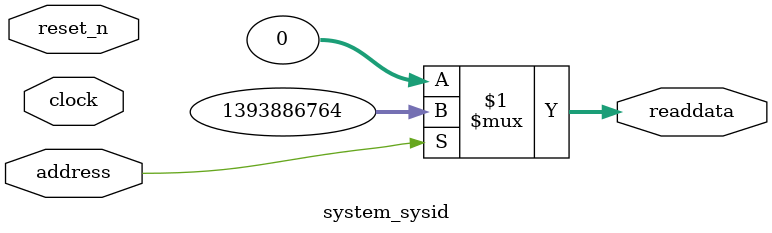
<source format=v>

`timescale 1ns / 1ps
// synthesis translate_on

// turn off superfluous verilog processor warnings 
// altera message_level Level1 
// altera message_off 10034 10035 10036 10037 10230 10240 10030 

module system_sysid (
               // inputs:
                address,
                clock,
                reset_n,

               // outputs:
                readdata
             )
;

  output  [ 31: 0] readdata;
  input            address;
  input            clock;
  input            reset_n;

  wire    [ 31: 0] readdata;
  //control_slave, which is an e_avalon_slave
  assign readdata = address ? 1393886764 : 0;

endmodule




</source>
